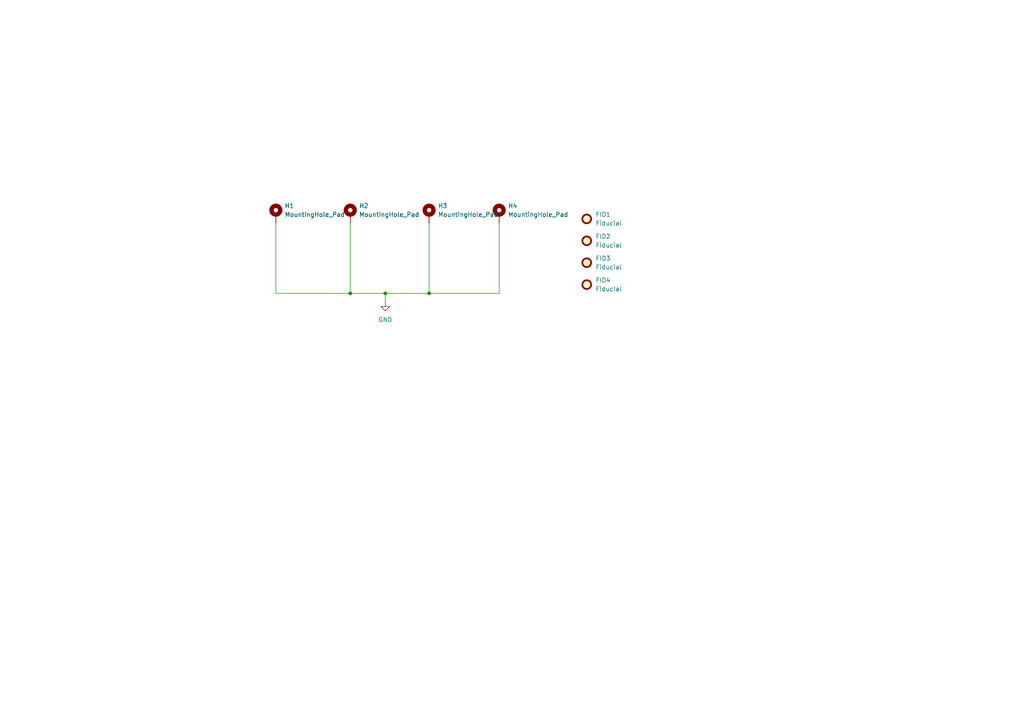
<source format=kicad_sch>
(kicad_sch (version 20250114) (generator "eeschema") (generator_version "9.0")
  (paper "A4")
  (lib_symbols
    (symbol "Mechanical:Fiducial" (in_bom no)
      (property "Reference" "FID" (at 0 5.08 0))
      (property "Value" "Fiducial" (at 0 3.175 0))
      (symbol "Fiducial_0_1"
        (circle (center 0 0) (radius 1.27) (stroke (width 0.508)) (fill (type background)))
      )
    )
    (symbol "Mechanical:MountingHole_Pad" (pin_numbers (hide yes)) (pin_names (offset 1.016) (hide yes)) (in_bom no)
      (property "Reference" "H" (at 0 6.35 0))
      (property "Value" "MountingHole_Pad" (at 0 4.445 0))
      (symbol "MountingHole_Pad_0_1"
        (circle (center 0 1.27) (radius 1.27) (stroke (width 1.27)))
      )
      (symbol "MountingHole_Pad_1_1"
        (pin input line (at 0 -2.54 90) (length 2.54) (name "1") (number "1"))
      )
    )
    (symbol "power:GND" (power) (pin_numbers (hide yes)) (pin_names (offset 0) (hide yes))
      (property "Value" "GND" (at 0 -3.81 0))
      (symbol "GND_0_1"
        (polyline (pts (xy 0 0) (xy 0 -1.27) (xy 1.27 -1.27) (xy 0 -2.54) (xy -1.27 -1.27) (xy 0 -1.27)))
      )
      (symbol "GND_1_1"
        (pin power_in line (at 0 0 270) (length 0) (name "~") (number "1"))
      )
    )
  )
  (junction (at 111.76 85.09))
  (junction (at 101.6 85.09))
  (junction (at 124.46 85.09))
  (wire (pts (xy 111.76 85.09) (xy 124.46 85.09)))
  (wire (pts (xy 124.46 64.77) (xy 124.46 85.09)))
  (wire (pts (xy 111.76 85.09) (xy 111.76 87.63)))
  (wire (pts (xy 144.78 64.77) (xy 144.78 85.09)))
  (wire (pts (xy 101.6 85.09) (xy 111.76 85.09)))
  (wire (pts (xy 101.6 64.77) (xy 101.6 85.09)))
  (wire (pts (xy 124.46 85.09) (xy 144.78 85.09)))
  (wire (pts (xy 80.01 85.09) (xy 101.6 85.09)))
  (wire (pts (xy 80.01 64.77) (xy 80.01 85.09)))
  (symbol (lib_id "Mechanical:Fiducial") (at 170.18 76.2 0) (unit 1) (in_bom no)
    (property "Reference" "FID3" (at 172.72 74.9299 0) (effects (justify left)))
    (property "Value" "Fiducial" (at 172.72 77.4699 0) (effects (justify left)))
    (property "Footprint" "Fiducial:Fiducial_0.5mm_Mask1mm" (effects (hide yes)))
    (property "Description" "Fiducial Marker" (effects (hide yes)))
  )
  (symbol (lib_id "Mechanical:Fiducial") (at 170.18 63.5 0) (unit 1) (in_bom no)
    (property "Reference" "FID1" (at 172.72 62.2299 0) (effects (justify left)))
    (property "Value" "Fiducial" (at 172.72 64.7699 0) (effects (justify left)))
    (property "Footprint" "Fiducial:Fiducial_0.5mm_Mask1mm" (effects (hide yes)))
    (property "Description" "Fiducial Marker" (effects (hide yes)))
  )
  (symbol (lib_id "Mechanical:MountingHole_Pad") (at 80.01 62.23 0) (unit 1) (in_bom no)
    (property "Reference" "H1" (at 82.55 59.6899 0) (effects (justify left)))
    (property "Value" "MountingHole_Pad" (at 82.55 62.2299 0) (effects (justify left)))
    (property "Footprint" "MountingHole:MountingHole_2.5mm_Pad" (effects (hide yes)))
    (property "Description" "Mounting Hole with connection" (effects (hide yes)))
  )
  (symbol (lib_id "Mechanical:Fiducial") (at 170.18 82.55 0) (unit 1) (in_bom no)
    (property "Reference" "FID4" (at 172.72 81.2799 0) (effects (justify left)))
    (property "Value" "Fiducial" (at 172.72 83.8199 0) (effects (justify left)))
    (property "Footprint" "Fiducial:Fiducial_0.5mm_Mask1mm" (effects (hide yes)))
    (property "Description" "Fiducial Marker" (effects (hide yes)))
  )
  (symbol (lib_id "Mechanical:MountingHole_Pad") (at 144.78 62.23 0) (unit 1) (in_bom no)
    (property "Reference" "H4" (at 147.32 59.6899 0) (effects (justify left)))
    (property "Value" "MountingHole_Pad" (at 147.32 62.2299 0) (effects (justify left)))
    (property "Footprint" "MountingHole:MountingHole_2.5mm_Pad" (effects (hide yes)))
    (property "Description" "Mounting Hole with connection" (effects (hide yes)))
  )
  (symbol (lib_id "Mechanical:Fiducial") (at 170.18 69.85 0) (unit 1) (in_bom no)
    (property "Reference" "FID2" (at 172.72 68.5799 0) (effects (justify left)))
    (property "Value" "Fiducial" (at 172.72 71.1199 0) (effects (justify left)))
    (property "Footprint" "Fiducial:Fiducial_0.5mm_Mask1mm" (effects (hide yes)))
    (property "Description" "Fiducial Marker" (effects (hide yes)))
  )
  (symbol (lib_id "Mechanical:MountingHole_Pad") (at 124.46 62.23 0) (unit 1) (in_bom no)
    (property "Reference" "H3" (at 127 59.6899 0) (effects (justify left)))
    (property "Value" "MountingHole_Pad" (at 127 62.2299 0) (effects (justify left)))
    (property "Footprint" "MountingHole:MountingHole_2.5mm_Pad" (effects (hide yes)))
    (property "Description" "Mounting Hole with connection" (effects (hide yes)))
  )
  (symbol (lib_id "power:GND") (at 111.76 87.63 0) (unit 1)
    (property "Reference" "#PWR05" (effects (hide yes)))
    (property "Value" "GND" (at 111.76 92.71 0))
    (property "Description" "Power symbol creates a global label with name \"GND\" , ground" (effects (hide yes)))
  )
  (symbol (lib_id "Mechanical:MountingHole_Pad") (at 101.6 62.23 0) (unit 1) (in_bom no)
    (property "Reference" "H2" (at 104.14 59.6899 0) (effects (justify left)))
    (property "Value" "MountingHole_Pad" (at 104.14 62.2299 0) (effects (justify left)))
    (property "Footprint" "MountingHole:MountingHole_2.5mm_Pad" (effects (hide yes)))
    (property "Description" "Mounting Hole with connection" (effects (hide yes)))
  )
)
</source>
